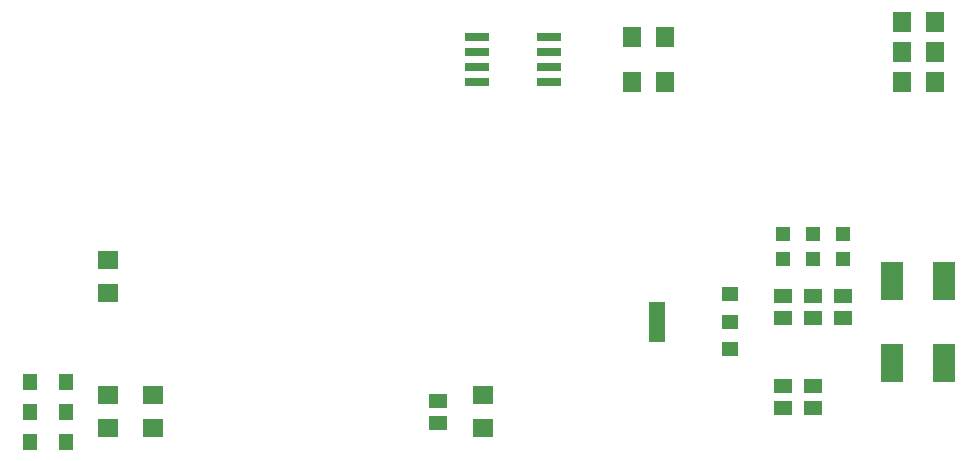
<source format=gbp>
G75*
%MOIN*%
%OFA0B0*%
%FSLAX24Y24*%
%IPPOS*%
%LPD*%
%AMOC8*
5,1,8,0,0,1.08239X$1,22.5*
%
%ADD10R,0.0709X0.0630*%
%ADD11R,0.0472X0.0551*%
%ADD12R,0.0630X0.0512*%
%ADD13R,0.0591X0.0512*%
%ADD14R,0.0472X0.0472*%
%ADD15R,0.0750X0.1250*%
%ADD16R,0.0630X0.0709*%
%ADD17R,0.0800X0.0260*%
%ADD18R,0.0551X0.0472*%
%ADD19R,0.0551X0.1378*%
D10*
X009600Y001707D03*
X009600Y002809D03*
X011100Y002809D03*
X011100Y001707D03*
X009600Y006207D03*
X009600Y007309D03*
X022100Y002809D03*
X022100Y001707D03*
D11*
X007009Y001258D03*
X008191Y001258D03*
X008191Y002258D03*
X007009Y002258D03*
X007009Y003258D03*
X008191Y003258D03*
D12*
X020600Y002632D03*
X020600Y001884D03*
D13*
X032100Y002384D03*
X032100Y003132D03*
X033100Y003132D03*
X033100Y002384D03*
X033100Y005384D03*
X032100Y005384D03*
X032100Y006132D03*
X033100Y006132D03*
X034100Y006132D03*
X034100Y005384D03*
D14*
X034100Y007345D03*
X033100Y007345D03*
X032100Y007345D03*
X032100Y008171D03*
X033100Y008171D03*
X034100Y008171D03*
D15*
X035725Y006633D03*
X037475Y006633D03*
X037475Y003883D03*
X035725Y003883D03*
D16*
X036049Y013258D03*
X036049Y014258D03*
X036049Y015258D03*
X037151Y015258D03*
X037151Y014258D03*
X037151Y013258D03*
X028151Y013258D03*
X027049Y013258D03*
X027049Y014758D03*
X028151Y014758D03*
D17*
X024310Y014758D03*
X024310Y014258D03*
X024310Y013758D03*
X024310Y013258D03*
X021890Y013258D03*
X021890Y013758D03*
X021890Y014258D03*
X021890Y014758D03*
D18*
X030320Y006168D03*
X030320Y005258D03*
X030320Y004348D03*
D19*
X027880Y005258D03*
M02*

</source>
